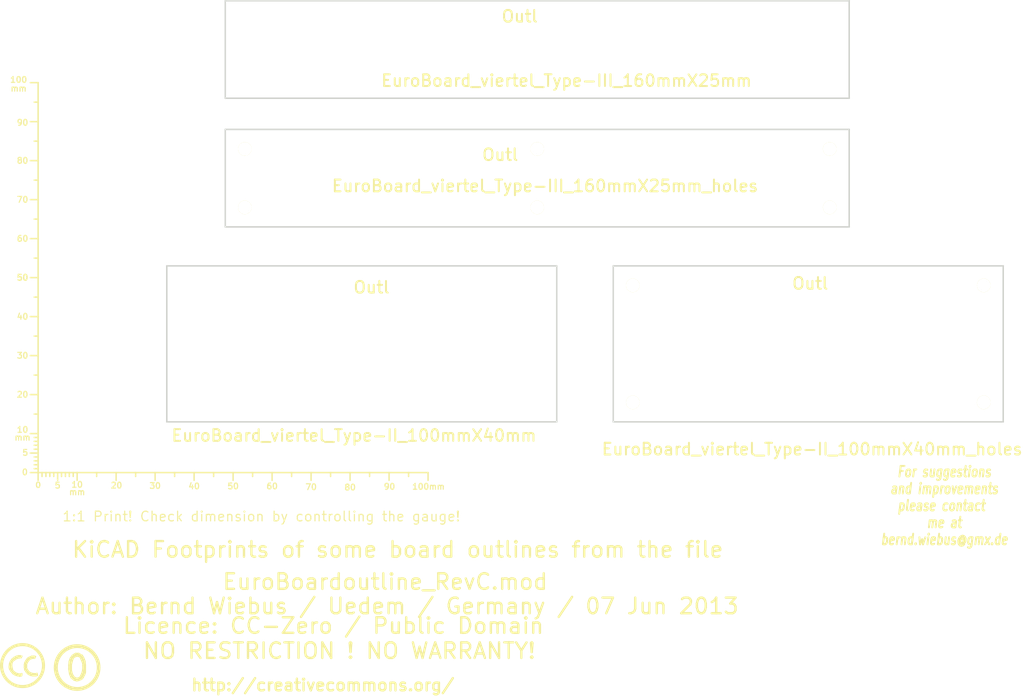
<source format=kicad_pcb>
(kicad_pcb (version 3) (host pcbnew "(2013-03-30 BZR 4007)-stable")

  (general
    (links 0)
    (no_connects 0)
    (area -16.90696 16.554279 301.05739 197.1694)
    (thickness 1.6002)
    (drawings 7)
    (tracks 0)
    (zones 0)
    (modules 7)
    (nets 1)
  )

  (page A4)
  (layers
    (15 Vorderseite signal)
    (0 Rückseite signal)
    (16 B.Adhes user)
    (17 F.Adhes user)
    (18 B.Paste user)
    (19 F.Paste user)
    (20 B.SilkS user)
    (21 F.SilkS user)
    (22 B.Mask user)
    (23 F.Mask user)
    (24 Dwgs.User user)
    (25 Cmts.User user)
    (26 Eco1.User user)
    (27 Eco2.User user)
    (28 Edge.Cuts user)
  )

  (setup
    (last_trace_width 0.2032)
    (trace_clearance 0.254)
    (zone_clearance 0.508)
    (zone_45_only no)
    (trace_min 0.2032)
    (segment_width 0.381)
    (edge_width 0.381)
    (via_size 0.889)
    (via_drill 0.635)
    (via_min_size 0.889)
    (via_min_drill 0.508)
    (uvia_size 0.508)
    (uvia_drill 0.127)
    (uvias_allowed no)
    (uvia_min_size 0.508)
    (uvia_min_drill 0.127)
    (pcb_text_width 0.3048)
    (pcb_text_size 1.524 2.032)
    (mod_edge_width 0.381)
    (mod_text_size 1.524 1.524)
    (mod_text_width 0.3048)
    (pad_size 1.524 1.524)
    (pad_drill 0.8128)
    (pad_to_mask_clearance 0.254)
    (aux_axis_origin 0 0)
    (visible_elements 7FFFFFFF)
    (pcbplotparams
      (layerselection 3178497)
      (usegerberextensions true)
      (excludeedgelayer true)
      (linewidth 60)
      (plotframeref false)
      (viasonmask false)
      (mode 1)
      (useauxorigin false)
      (hpglpennumber 1)
      (hpglpenspeed 20)
      (hpglpendiameter 15)
      (hpglpenoverlay 0)
      (psnegative false)
      (psa4output false)
      (plotreference true)
      (plotvalue true)
      (plotothertext true)
      (plotinvisibletext false)
      (padsonsilk false)
      (subtractmaskfromsilk false)
      (outputformat 1)
      (mirror false)
      (drillshape 1)
      (scaleselection 1)
      (outputdirectory ""))
  )

  (net 0 "")

  (net_class Default "Dies ist die voreingestellte Netzklasse."
    (clearance 0.254)
    (trace_width 0.2032)
    (via_dia 0.889)
    (via_drill 0.635)
    (uvia_dia 0.508)
    (uvia_drill 0.127)
    (add_net "")
  )

  (module Gauge_100mm_Type2_SilkScreenTop_RevA_Date22Jun2010 (layer Vorderseite) (tedit 4D963937) (tstamp 4D88F07A)
    (at 25 138)
    (descr "Gauge, Massstab, 100mm, SilkScreenTop, Type 2,")
    (tags "Gauge, Massstab, 100mm, SilkScreenTop, Type 2,")
    (path Gauge_100mm_Type2_SilkScreenTop_RevA_Date22Jun2010)
    (fp_text reference MSC (at 4.0005 8.99922) (layer F.SilkS) hide
      (effects (font (size 1.524 1.524) (thickness 0.3048)))
    )
    (fp_text value Gauge_100mm_Type2_SilkScreenTop_RevA_Date22Jun2010 (at 45.9994 8.99922) (layer F.SilkS) hide
      (effects (font (size 1.524 1.524) (thickness 0.3048)))
    )
    (fp_text user mm (at 9.99998 5.00126) (layer F.SilkS)
      (effects (font (size 1.524 1.524) (thickness 0.3048)))
    )
    (fp_text user mm (at -4.0005 -8.99922) (layer F.SilkS)
      (effects (font (size 1.524 1.524) (thickness 0.3048)))
    )
    (fp_text user mm (at -5.00126 -98.5012) (layer F.SilkS)
      (effects (font (size 1.524 1.524) (thickness 0.3048)))
    )
    (fp_text user 10 (at 10.00506 3.0988) (layer F.SilkS)
      (effects (font (size 1.50114 1.50114) (thickness 0.29972)))
    )
    (fp_text user 0 (at 0.00508 3.19786) (layer F.SilkS)
      (effects (font (size 1.39954 1.50114) (thickness 0.29972)))
    )
    (fp_text user 5 (at 5.0038 3.29946) (layer F.SilkS)
      (effects (font (size 1.50114 1.50114) (thickness 0.29972)))
    )
    (fp_text user 20 (at 20.1041 3.29946) (layer F.SilkS)
      (effects (font (size 1.50114 1.50114) (thickness 0.29972)))
    )
    (fp_text user 30 (at 30.00502 3.39852) (layer F.SilkS)
      (effects (font (size 1.50114 1.50114) (thickness 0.29972)))
    )
    (fp_text user 40 (at 40.005 3.50012) (layer F.SilkS)
      (effects (font (size 1.50114 1.50114) (thickness 0.29972)))
    )
    (fp_text user 50 (at 50.00498 3.50012) (layer F.SilkS)
      (effects (font (size 1.50114 1.50114) (thickness 0.29972)))
    )
    (fp_text user 60 (at 60.00496 3.50012) (layer F.SilkS)
      (effects (font (size 1.50114 1.50114) (thickness 0.29972)))
    )
    (fp_text user 70 (at 70.00494 3.70078) (layer F.SilkS)
      (effects (font (size 1.50114 1.50114) (thickness 0.29972)))
    )
    (fp_text user 80 (at 80.00492 3.79984) (layer F.SilkS)
      (effects (font (size 1.50114 1.50114) (thickness 0.29972)))
    )
    (fp_text user 90 (at 90.1065 3.60172) (layer F.SilkS)
      (effects (font (size 1.50114 1.50114) (thickness 0.29972)))
    )
    (fp_text user 100mm (at 100.10648 3.60172) (layer F.SilkS)
      (effects (font (size 1.50114 1.50114) (thickness 0.29972)))
    )
    (fp_line (start 0 -8.99922) (end -1.00076 -8.99922) (layer F.SilkS) (width 0.381))
    (fp_line (start 0 -8.001) (end -1.00076 -8.001) (layer F.SilkS) (width 0.381))
    (fp_line (start 0 -7.00024) (end -1.00076 -7.00024) (layer F.SilkS) (width 0.381))
    (fp_line (start 0 -5.99948) (end -1.00076 -5.99948) (layer F.SilkS) (width 0.381))
    (fp_line (start 0 -4.0005) (end -1.00076 -4.0005) (layer F.SilkS) (width 0.381))
    (fp_line (start 0 -2.99974) (end -1.00076 -2.99974) (layer F.SilkS) (width 0.381))
    (fp_line (start 0 -1.99898) (end -1.00076 -1.99898) (layer F.SilkS) (width 0.381))
    (fp_line (start 0 -1.00076) (end -1.00076 -1.00076) (layer F.SilkS) (width 0.381))
    (fp_line (start 0 0) (end -1.99898 0) (layer F.SilkS) (width 0.381))
    (fp_line (start 0 -5.00126) (end -1.99898 -5.00126) (layer F.SilkS) (width 0.381))
    (fp_line (start 0 -9.99998) (end -1.99898 -9.99998) (layer F.SilkS) (width 0.381))
    (fp_line (start 0 -15.00124) (end -1.00076 -15.00124) (layer F.SilkS) (width 0.381))
    (fp_line (start 0 -19.99996) (end -1.99898 -19.99996) (layer F.SilkS) (width 0.381))
    (fp_line (start 0 -25.00122) (end -1.00076 -25.00122) (layer F.SilkS) (width 0.381))
    (fp_line (start 0 -29.99994) (end -1.99898 -29.99994) (layer F.SilkS) (width 0.381))
    (fp_line (start 0 -35.0012) (end -1.00076 -35.0012) (layer F.SilkS) (width 0.381))
    (fp_line (start 0 -39.99992) (end -1.99898 -39.99992) (layer F.SilkS) (width 0.381))
    (fp_line (start 0 -45.00118) (end -1.00076 -45.00118) (layer F.SilkS) (width 0.381))
    (fp_line (start 0 -49.9999) (end -1.99898 -49.9999) (layer F.SilkS) (width 0.381))
    (fp_line (start 0 -55.00116) (end -1.00076 -55.00116) (layer F.SilkS) (width 0.381))
    (fp_line (start 0 -59.99988) (end -1.99898 -59.99988) (layer F.SilkS) (width 0.381))
    (fp_line (start 0 -65.00114) (end -1.00076 -65.00114) (layer F.SilkS) (width 0.381))
    (fp_line (start 0 -69.99986) (end -1.99898 -69.99986) (layer F.SilkS) (width 0.381))
    (fp_line (start 0 -75.00112) (end -1.00076 -75.00112) (layer F.SilkS) (width 0.381))
    (fp_line (start 0 -79.99984) (end -1.99898 -79.99984) (layer F.SilkS) (width 0.381))
    (fp_line (start 0 -85.0011) (end -1.00076 -85.0011) (layer F.SilkS) (width 0.381))
    (fp_line (start 0 -89.99982) (end -1.99898 -89.99982) (layer F.SilkS) (width 0.381))
    (fp_line (start 0 -95.00108) (end -1.00076 -95.00108) (layer F.SilkS) (width 0.381))
    (fp_line (start 0 0) (end 0 -99.9998) (layer F.SilkS) (width 0.381))
    (fp_line (start 0 -99.9998) (end -1.99898 -99.9998) (layer F.SilkS) (width 0.381))
    (fp_text user 100 (at -4.99872 -100.7491) (layer F.SilkS)
      (effects (font (size 1.50114 1.50114) (thickness 0.29972)))
    )
    (fp_text user 90 (at -4.0005 -89.7509) (layer F.SilkS)
      (effects (font (size 1.50114 1.50114) (thickness 0.29972)))
    )
    (fp_text user 80 (at -4.0005 -79.99984) (layer F.SilkS)
      (effects (font (size 1.50114 1.50114) (thickness 0.29972)))
    )
    (fp_text user 70 (at -4.0005 -69.99986) (layer F.SilkS)
      (effects (font (size 1.50114 1.50114) (thickness 0.29972)))
    )
    (fp_text user 60 (at -4.0005 -59.99988) (layer F.SilkS)
      (effects (font (size 1.50114 1.50114) (thickness 0.29972)))
    )
    (fp_text user 50 (at -4.0005 -49.9999) (layer F.SilkS)
      (effects (font (size 1.50114 1.50114) (thickness 0.34036)))
    )
    (fp_text user 40 (at -4.0005 -39.99992) (layer F.SilkS)
      (effects (font (size 1.50114 1.50114) (thickness 0.29972)))
    )
    (fp_text user 30 (at -4.0005 -29.99994) (layer F.SilkS)
      (effects (font (size 1.50114 1.50114) (thickness 0.29972)))
    )
    (fp_text user 20 (at -4.0005 -19.99996) (layer F.SilkS)
      (effects (font (size 1.50114 1.50114) (thickness 0.29972)))
    )
    (fp_line (start 95.00108 0) (end 95.00108 1.00076) (layer F.SilkS) (width 0.381))
    (fp_line (start 89.99982 0) (end 89.99982 1.99898) (layer F.SilkS) (width 0.381))
    (fp_line (start 85.0011 0) (end 85.0011 1.00076) (layer F.SilkS) (width 0.381))
    (fp_line (start 79.99984 0) (end 79.99984 1.99898) (layer F.SilkS) (width 0.381))
    (fp_line (start 75.00112 0) (end 75.00112 1.00076) (layer F.SilkS) (width 0.381))
    (fp_line (start 69.99986 0) (end 69.99986 1.99898) (layer F.SilkS) (width 0.381))
    (fp_line (start 65.00114 0) (end 65.00114 1.00076) (layer F.SilkS) (width 0.381))
    (fp_line (start 59.99988 0) (end 59.99988 1.99898) (layer F.SilkS) (width 0.381))
    (fp_line (start 55.00116 0) (end 55.00116 1.00076) (layer F.SilkS) (width 0.381))
    (fp_line (start 49.9999 0) (end 49.9999 1.99898) (layer F.SilkS) (width 0.381))
    (fp_line (start 45.00118 0) (end 45.00118 1.00076) (layer F.SilkS) (width 0.381))
    (fp_line (start 39.99992 0) (end 39.99992 1.99898) (layer F.SilkS) (width 0.381))
    (fp_line (start 35.0012 0) (end 35.0012 1.00076) (layer F.SilkS) (width 0.381))
    (fp_line (start 29.99994 0) (end 29.99994 1.99898) (layer F.SilkS) (width 0.381))
    (fp_line (start 25.00122 0) (end 25.00122 1.00076) (layer F.SilkS) (width 0.381))
    (fp_line (start 19.99996 0) (end 19.99996 1.99898) (layer F.SilkS) (width 0.381))
    (fp_line (start 15.00124 0) (end 15.00124 1.00076) (layer F.SilkS) (width 0.381))
    (fp_line (start 9.99998 0) (end 99.9998 0) (layer F.SilkS) (width 0.381))
    (fp_line (start 99.9998 0) (end 99.9998 1.99898) (layer F.SilkS) (width 0.381))
    (fp_text user 5 (at -3.302 -5.10286) (layer F.SilkS)
      (effects (font (size 1.50114 1.50114) (thickness 0.29972)))
    )
    (fp_text user 0 (at -3.4036 -0.10414) (layer F.SilkS)
      (effects (font (size 1.50114 1.50114) (thickness 0.29972)))
    )
    (fp_text user 10 (at -4.0005 -11.00074) (layer F.SilkS)
      (effects (font (size 1.50114 1.50114) (thickness 0.29972)))
    )
    (fp_line (start 8.99922 0) (end 8.99922 1.00076) (layer F.SilkS) (width 0.381))
    (fp_line (start 8.001 0) (end 8.001 1.00076) (layer F.SilkS) (width 0.381))
    (fp_line (start 7.00024 0) (end 7.00024 1.00076) (layer F.SilkS) (width 0.381))
    (fp_line (start 5.99948 0) (end 5.99948 1.00076) (layer F.SilkS) (width 0.381))
    (fp_line (start 4.0005 0) (end 4.0005 1.00076) (layer F.SilkS) (width 0.381))
    (fp_line (start 2.99974 0) (end 2.99974 1.00076) (layer F.SilkS) (width 0.381))
    (fp_line (start 1.99898 0) (end 1.99898 1.00076) (layer F.SilkS) (width 0.381))
    (fp_line (start 1.00076 0) (end 1.00076 1.00076) (layer F.SilkS) (width 0.381))
    (fp_line (start 5.00126 0) (end 5.00126 1.99898) (layer F.SilkS) (width 0.381))
    (fp_line (start 0 0) (end 0 1.99898) (layer F.SilkS) (width 0.381))
    (fp_line (start 0 0) (end 9.99998 0) (layer F.SilkS) (width 0.381))
    (fp_line (start 9.99998 0) (end 9.99998 1.99898) (layer F.SilkS) (width 0.381))
  )

  (module Symbol_CC-PublicDomain_SilkScreenTop_Big (layer Vorderseite) (tedit 515D641F) (tstamp 515F0B64)
    (at 35 188)
    (descr "Symbol, CC-PublicDomain, SilkScreen Top, Big,")
    (tags "Symbol, CC-PublicDomain, SilkScreen Top, Big,")
    (path Symbol_CC-Noncommercial_CopperTop_Big)
    (fp_text reference Sym (at 0.59944 -7.29996) (layer F.SilkS) hide
      (effects (font (size 1.524 1.524) (thickness 0.3048)))
    )
    (fp_text value Symbol_CC-PublicDomain_SilkScreenTop_Big (at 0.59944 8.001) (layer F.SilkS) hide
      (effects (font (size 1.524 1.524) (thickness 0.3048)))
    )
    (fp_circle (center 0 0) (end 5.8 -0.05) (layer F.SilkS) (width 0.381))
    (fp_circle (center 0 0) (end 5.5 0) (layer F.SilkS) (width 0.381))
    (fp_circle (center 0.05 0) (end 5.25 0) (layer F.SilkS) (width 0.381))
    (fp_line (start 1.1 -2.5) (end 1.4 -1.9) (layer F.SilkS) (width 0.381))
    (fp_line (start -1.8 1.2) (end -1.6 1.9) (layer F.SilkS) (width 0.381))
    (fp_line (start -1.6 1.9) (end -1.2 2.5) (layer F.SilkS) (width 0.381))
    (fp_line (start 0 -3) (end 0.75 -2.75) (layer F.SilkS) (width 0.381))
    (fp_line (start 0.75 -2.75) (end 1 -2.25) (layer F.SilkS) (width 0.381))
    (fp_line (start 1 -2.25) (end 1.5 -1) (layer F.SilkS) (width 0.381))
    (fp_line (start 1.5 -1) (end 1.5 -0.5) (layer F.SilkS) (width 0.381))
    (fp_line (start 1.5 -0.5) (end 1.5 0.5) (layer F.SilkS) (width 0.381))
    (fp_line (start 1.5 0.5) (end 1.25 1.5) (layer F.SilkS) (width 0.381))
    (fp_line (start 1.25 1.5) (end 0.75 2.5) (layer F.SilkS) (width 0.381))
    (fp_line (start 0.75 2.5) (end 0.25 2.75) (layer F.SilkS) (width 0.381))
    (fp_line (start 0.25 2.75) (end -0.25 2.75) (layer F.SilkS) (width 0.381))
    (fp_line (start -0.25 2.75) (end -0.75 2.5) (layer F.SilkS) (width 0.381))
    (fp_line (start -0.75 2.5) (end -1.25 1.75) (layer F.SilkS) (width 0.381))
    (fp_line (start -1.25 1.75) (end -1.5 0.75) (layer F.SilkS) (width 0.381))
    (fp_line (start -1.5 0.75) (end -1.5 -0.75) (layer F.SilkS) (width 0.381))
    (fp_line (start -1.5 -0.75) (end -1.25 -1.75) (layer F.SilkS) (width 0.381))
    (fp_line (start -1.25 -1.75) (end -1 -2.5) (layer F.SilkS) (width 0.381))
    (fp_line (start -1 -2.5) (end -0.3 -2.9) (layer F.SilkS) (width 0.381))
    (fp_line (start -0.3 -2.9) (end 0.2 -3) (layer F.SilkS) (width 0.381))
    (fp_line (start 0.2 -3) (end 0.8 -3) (layer F.SilkS) (width 0.381))
    (fp_line (start 0.8 -3) (end 1.4 -2.3) (layer F.SilkS) (width 0.381))
    (fp_line (start 1.4 -2.3) (end 1.6 -1.4) (layer F.SilkS) (width 0.381))
    (fp_line (start 1.6 -1.4) (end 1.7 -0.3) (layer F.SilkS) (width 0.381))
    (fp_line (start 1.7 -0.3) (end 1.7 0.9) (layer F.SilkS) (width 0.381))
    (fp_line (start 1.7 0.9) (end 1.4 1.8) (layer F.SilkS) (width 0.381))
    (fp_line (start 1.4 1.8) (end 1 2.7) (layer F.SilkS) (width 0.381))
    (fp_line (start 1 2.7) (end 0.5 3) (layer F.SilkS) (width 0.381))
    (fp_line (start 0.5 3) (end -0.4 3) (layer F.SilkS) (width 0.381))
    (fp_line (start -0.4 3) (end -1.3 2.3) (layer F.SilkS) (width 0.381))
    (fp_line (start -1.3 2.3) (end -1.7 1) (layer F.SilkS) (width 0.381))
    (fp_line (start -1.7 1) (end -1.8 -0.7) (layer F.SilkS) (width 0.381))
    (fp_line (start -1.8 -0.7) (end -1.4 -2.2) (layer F.SilkS) (width 0.381))
    (fp_line (start -1.4 -2.2) (end -1 -2.9) (layer F.SilkS) (width 0.381))
    (fp_line (start -1 -2.9) (end -0.2 -3.3) (layer F.SilkS) (width 0.381))
    (fp_line (start -0.2 -3.3) (end 0.7 -3.2) (layer F.SilkS) (width 0.381))
    (fp_line (start 0.7 -3.2) (end 1.3 -3.1) (layer F.SilkS) (width 0.381))
    (fp_line (start 1.3 -3.1) (end 1.7 -2.4) (layer F.SilkS) (width 0.381))
    (fp_line (start 1.7 -2.4) (end 2 -1.6) (layer F.SilkS) (width 0.381))
    (fp_line (start 2 -1.6) (end 2.1 -0.6) (layer F.SilkS) (width 0.381))
    (fp_line (start 2.1 -0.6) (end 2.1 0.3) (layer F.SilkS) (width 0.381))
    (fp_line (start 2.1 0.3) (end 2.1 1.3) (layer F.SilkS) (width 0.381))
    (fp_line (start 2.1 1.3) (end 1.9 1.8) (layer F.SilkS) (width 0.381))
    (fp_line (start 1.9 1.8) (end 1.5 2.6) (layer F.SilkS) (width 0.381))
    (fp_line (start 1.5 2.6) (end 1.1 3) (layer F.SilkS) (width 0.381))
    (fp_line (start 1.1 3) (end 0.4 3.3) (layer F.SilkS) (width 0.381))
    (fp_line (start 0.4 3.3) (end -0.1 3.4) (layer F.SilkS) (width 0.381))
    (fp_line (start -0.1 3.4) (end -0.8 3.2) (layer F.SilkS) (width 0.381))
    (fp_line (start -0.8 3.2) (end -1.5 2.6) (layer F.SilkS) (width 0.381))
    (fp_line (start -1.5 2.6) (end -1.9 1.7) (layer F.SilkS) (width 0.381))
    (fp_line (start -1.9 1.7) (end -2.1 0.4) (layer F.SilkS) (width 0.381))
    (fp_line (start -2.1 0.4) (end -2.1 -0.6) (layer F.SilkS) (width 0.381))
    (fp_line (start -2.1 -0.6) (end -2 -1.6) (layer F.SilkS) (width 0.381))
    (fp_line (start -2 -1.6) (end -1.7 -2.4) (layer F.SilkS) (width 0.381))
    (fp_line (start -1.7 -2.4) (end -1.2 -3.1) (layer F.SilkS) (width 0.381))
    (fp_line (start -1.2 -3.1) (end -0.4 -3.6) (layer F.SilkS) (width 0.381))
    (fp_line (start -0.4 -3.6) (end 0.4 -3.6) (layer F.SilkS) (width 0.381))
    (fp_line (start 0.4 -3.6) (end 1.1 -3.2) (layer F.SilkS) (width 0.381))
    (fp_line (start 1.1 -3.2) (end 1.1 -2.9) (layer F.SilkS) (width 0.381))
    (fp_line (start 1.1 -2.9) (end 1.8 -1.5) (layer F.SilkS) (width 0.381))
    (fp_line (start 1.8 -1.5) (end 1.8 -0.4) (layer F.SilkS) (width 0.381))
    (fp_line (start 1.8 -0.4) (end 1.8 1.1) (layer F.SilkS) (width 0.381))
    (fp_line (start 1.8 1.1) (end 1.2 2.6) (layer F.SilkS) (width 0.381))
    (fp_line (start 1.2 2.6) (end 0.2 3.2) (layer F.SilkS) (width 0.381))
    (fp_line (start 0.2 3.2) (end -0.5 3.2) (layer F.SilkS) (width 0.381))
    (fp_line (start -0.5 3.2) (end -1.1 2.7) (layer F.SilkS) (width 0.381))
    (fp_line (start -1.1 2.7) (end -1.9 0.6) (layer F.SilkS) (width 0.381))
    (fp_line (start -1.9 0.6) (end -1.7 -1.9) (layer F.SilkS) (width 0.381))
  )

  (module Symbol_CreativeCommons_SilkScreenTop_Type2_Big (layer Vorderseite) (tedit 515D640C) (tstamp 515F46B2)
    (at 21 187.5)
    (descr "Symbol, Creative Commons, SilkScreen Top, Type 2, Big,")
    (tags "Symbol, Creative Commons, SilkScreen Top, Type 2, Big,")
    (path Symbol_CreativeCommons_CopperTop_Type2_Big)
    (fp_text reference Sym (at 0.59944 -7.29996) (layer F.SilkS) hide
      (effects (font (size 1.524 1.524) (thickness 0.3048)))
    )
    (fp_text value Symbol_CreativeCommons_Typ2_SilkScreenTop_Big (at 0.59944 8.001) (layer F.SilkS) hide
      (effects (font (size 1.524 1.524) (thickness 0.3048)))
    )
    (fp_line (start -0.70104 2.70002) (end -0.29972 2.60096) (layer F.SilkS) (width 0.381))
    (fp_line (start -0.29972 2.60096) (end -0.20066 2.10058) (layer F.SilkS) (width 0.381))
    (fp_line (start -2.49936 -1.69926) (end -2.70002 -1.6002) (layer F.SilkS) (width 0.381))
    (fp_line (start -2.70002 -1.6002) (end -3.0988 -1.00076) (layer F.SilkS) (width 0.381))
    (fp_line (start -3.0988 -1.00076) (end -3.29946 -0.50038) (layer F.SilkS) (width 0.381))
    (fp_line (start -3.29946 -0.50038) (end -3.40106 0.39878) (layer F.SilkS) (width 0.381))
    (fp_line (start -3.40106 0.39878) (end -3.29946 0.89916) (layer F.SilkS) (width 0.381))
    (fp_line (start -0.19812 2.4003) (end -0.29718 2.59842) (layer F.SilkS) (width 0.381))
    (fp_line (start 3.70078 2.10058) (end 3.79984 2.4003) (layer F.SilkS) (width 0.381))
    (fp_line (start 2.99974 -2.4003) (end 3.29946 -2.30124) (layer F.SilkS) (width 0.381))
    (fp_line (start 3.29946 -2.30124) (end 3.0988 -1.99898) (layer F.SilkS) (width 0.381))
    (fp_line (start 0 -5.40004) (end -0.50038 -5.40004) (layer F.SilkS) (width 0.381))
    (fp_line (start -0.50038 -5.40004) (end -1.30048 -5.10032) (layer F.SilkS) (width 0.381))
    (fp_line (start -1.30048 -5.10032) (end -1.99898 -4.89966) (layer F.SilkS) (width 0.381))
    (fp_line (start -1.99898 -4.89966) (end -2.70002 -4.699) (layer F.SilkS) (width 0.381))
    (fp_line (start -2.70002 -4.699) (end -3.29946 -4.20116) (layer F.SilkS) (width 0.381))
    (fp_line (start -3.29946 -4.20116) (end -4.0005 -3.59918) (layer F.SilkS) (width 0.381))
    (fp_line (start -4.0005 -3.59918) (end -4.50088 -2.99974) (layer F.SilkS) (width 0.381))
    (fp_line (start -4.50088 -2.99974) (end -5.00126 -2.10058) (layer F.SilkS) (width 0.381))
    (fp_line (start -5.00126 -2.10058) (end -5.30098 -1.09982) (layer F.SilkS) (width 0.381))
    (fp_line (start -5.30098 -1.09982) (end -5.40004 0.09906) (layer F.SilkS) (width 0.381))
    (fp_line (start -5.40004 0.09906) (end -5.19938 1.30048) (layer F.SilkS) (width 0.381))
    (fp_line (start -5.19938 1.30048) (end -4.8006 2.4003) (layer F.SilkS) (width 0.381))
    (fp_line (start -4.8006 2.4003) (end -3.79984 3.8989) (layer F.SilkS) (width 0.381))
    (fp_line (start -3.79984 3.8989) (end -2.60096 4.8006) (layer F.SilkS) (width 0.381))
    (fp_line (start -2.60096 4.8006) (end -1.30048 5.30098) (layer F.SilkS) (width 0.381))
    (fp_line (start -1.30048 5.30098) (end 0.09906 5.30098) (layer F.SilkS) (width 0.381))
    (fp_line (start 0.09906 5.30098) (end 1.6002 5.19938) (layer F.SilkS) (width 0.381))
    (fp_line (start 1.6002 5.19938) (end 2.60096 4.699) (layer F.SilkS) (width 0.381))
    (fp_line (start 2.60096 4.699) (end 4.20116 3.40106) (layer F.SilkS) (width 0.381))
    (fp_line (start 4.20116 3.40106) (end 5.00126 1.80086) (layer F.SilkS) (width 0.381))
    (fp_line (start 5.00126 1.80086) (end 5.40004 0.29972) (layer F.SilkS) (width 0.381))
    (fp_line (start 5.40004 0.29972) (end 5.19938 -1.39954) (layer F.SilkS) (width 0.381))
    (fp_line (start 5.19938 -1.39954) (end 4.699 -2.49936) (layer F.SilkS) (width 0.381))
    (fp_line (start 4.699 -2.49936) (end 3.40106 -4.09956) (layer F.SilkS) (width 0.381))
    (fp_line (start 3.40106 -4.09956) (end 2.4003 -4.8006) (layer F.SilkS) (width 0.381))
    (fp_line (start 2.4003 -4.8006) (end 1.39954 -5.19938) (layer F.SilkS) (width 0.381))
    (fp_line (start 1.39954 -5.19938) (end 0 -5.30098) (layer F.SilkS) (width 0.381))
    (fp_line (start 0.60198 -0.70104) (end 0.50292 -0.20066) (layer F.SilkS) (width 0.381))
    (fp_line (start 0.50292 -0.20066) (end 0.50292 0.49784) (layer F.SilkS) (width 0.381))
    (fp_line (start 0.50292 0.49784) (end 0.60198 1.09982) (layer F.SilkS) (width 0.381))
    (fp_line (start 0.60198 1.09982) (end 1.00076 1.69926) (layer F.SilkS) (width 0.381))
    (fp_line (start 1.00076 1.69926) (end 1.50114 2.19964) (layer F.SilkS) (width 0.381))
    (fp_line (start 1.50114 2.19964) (end 2.10058 2.49936) (layer F.SilkS) (width 0.381))
    (fp_line (start 2.10058 2.49936) (end 2.60096 2.59842) (layer F.SilkS) (width 0.381))
    (fp_line (start 2.60096 2.59842) (end 3.00228 2.59842) (layer F.SilkS) (width 0.381))
    (fp_line (start 3.00228 2.59842) (end 3.40106 2.59842) (layer F.SilkS) (width 0.381))
    (fp_line (start 3.40106 2.59842) (end 3.80238 2.49936) (layer F.SilkS) (width 0.381))
    (fp_line (start 3.80238 2.49936) (end 3.70078 2.2987) (layer F.SilkS) (width 0.381))
    (fp_line (start 3.70078 2.2987) (end 2.80162 2.4003) (layer F.SilkS) (width 0.381))
    (fp_line (start 2.80162 2.4003) (end 1.80086 2.09804) (layer F.SilkS) (width 0.381))
    (fp_line (start 1.80086 2.09804) (end 1.20142 1.6002) (layer F.SilkS) (width 0.381))
    (fp_line (start 1.20142 1.6002) (end 0.80264 0.6985) (layer F.SilkS) (width 0.381))
    (fp_line (start 0.80264 0.6985) (end 0.70104 -0.29972) (layer F.SilkS) (width 0.381))
    (fp_line (start 0.70104 -0.29972) (end 1.00076 -1.00076) (layer F.SilkS) (width 0.381))
    (fp_line (start 1.00076 -1.00076) (end 1.60274 -1.7018) (layer F.SilkS) (width 0.381))
    (fp_line (start 1.60274 -1.7018) (end 2.30124 -2.10058) (layer F.SilkS) (width 0.381))
    (fp_line (start 2.30124 -2.10058) (end 3.00228 -2.10058) (layer F.SilkS) (width 0.381))
    (fp_line (start 3.00228 -2.10058) (end 3.10134 -1.89992) (layer F.SilkS) (width 0.381))
    (fp_line (start 3.10134 -1.89992) (end 2.5019 -1.89992) (layer F.SilkS) (width 0.381))
    (fp_line (start 2.5019 -1.89992) (end 1.80086 -1.6002) (layer F.SilkS) (width 0.381))
    (fp_line (start 1.80086 -1.6002) (end 1.30048 -1.00076) (layer F.SilkS) (width 0.381))
    (fp_line (start 1.30048 -1.00076) (end 1.00076 -0.40132) (layer F.SilkS) (width 0.381))
    (fp_line (start 1.00076 -0.40132) (end 1.00076 0.09906) (layer F.SilkS) (width 0.381))
    (fp_line (start 1.00076 0.09906) (end 1.00076 0.6985) (layer F.SilkS) (width 0.381))
    (fp_line (start 1.00076 0.6985) (end 1.30048 1.19888) (layer F.SilkS) (width 0.381))
    (fp_line (start 1.30048 1.19888) (end 1.7018 1.69926) (layer F.SilkS) (width 0.381))
    (fp_line (start 1.7018 1.69926) (end 2.30124 1.99898) (layer F.SilkS) (width 0.381))
    (fp_line (start 2.30124 1.99898) (end 2.90068 2.09804) (layer F.SilkS) (width 0.381))
    (fp_line (start 2.90068 2.09804) (end 3.40106 2.09804) (layer F.SilkS) (width 0.381))
    (fp_line (start 3.40106 2.09804) (end 3.70078 1.99898) (layer F.SilkS) (width 0.381))
    (fp_line (start 3.00228 -2.4003) (end 2.40284 -2.4003) (layer F.SilkS) (width 0.381))
    (fp_line (start 2.40284 -2.4003) (end 2.00152 -2.20218) (layer F.SilkS) (width 0.381))
    (fp_line (start 2.00152 -2.20218) (end 1.50114 -2.00152) (layer F.SilkS) (width 0.381))
    (fp_line (start 1.50114 -2.00152) (end 1.10236 -1.6002) (layer F.SilkS) (width 0.381))
    (fp_line (start 1.10236 -1.6002) (end 0.80264 -1.09982) (layer F.SilkS) (width 0.381))
    (fp_line (start 0.80264 -1.09982) (end 0.60198 -0.70104) (layer F.SilkS) (width 0.381))
    (fp_line (start -0.39878 -1.99898) (end -0.89916 -1.99898) (layer F.SilkS) (width 0.381))
    (fp_line (start -0.89916 -1.99898) (end -1.39954 -1.89738) (layer F.SilkS) (width 0.381))
    (fp_line (start -1.39954 -1.89738) (end -1.89992 -1.59766) (layer F.SilkS) (width 0.381))
    (fp_line (start -1.89992 -1.59766) (end -2.4003 -1.19888) (layer F.SilkS) (width 0.381))
    (fp_line (start -2.4003 -1.30048) (end -2.70002 -0.8001) (layer F.SilkS) (width 0.381))
    (fp_line (start -2.70002 -0.8001) (end -2.79908 -0.29972) (layer F.SilkS) (width 0.381))
    (fp_line (start -2.79908 -0.29972) (end -2.79908 0.20066) (layer F.SilkS) (width 0.381))
    (fp_line (start -2.79908 0.20066) (end -2.59842 1.00076) (layer F.SilkS) (width 0.381))
    (fp_line (start -2.69748 1.00076) (end -2.39776 1.39954) (layer F.SilkS) (width 0.381))
    (fp_line (start -2.29616 1.4986) (end -1.79578 1.89992) (layer F.SilkS) (width 0.381))
    (fp_line (start -1.79578 1.89992) (end -1.29794 2.09804) (layer F.SilkS) (width 0.381))
    (fp_line (start -1.29794 2.09804) (end -0.89662 2.19964) (layer F.SilkS) (width 0.381))
    (fp_line (start -0.89662 2.19964) (end -0.49784 2.19964) (layer F.SilkS) (width 0.381))
    (fp_line (start -0.49784 2.19964) (end -0.19812 2.09804) (layer F.SilkS) (width 0.381))
    (fp_line (start -0.19812 2.09804) (end -0.29718 2.4003) (layer F.SilkS) (width 0.381))
    (fp_line (start -0.29718 2.4003) (end -0.89662 2.49936) (layer F.SilkS) (width 0.381))
    (fp_line (start -0.89662 2.49936) (end -1.59766 2.2987) (layer F.SilkS) (width 0.381))
    (fp_line (start -1.59766 2.2987) (end -2.29616 1.79832) (layer F.SilkS) (width 0.381))
    (fp_line (start -2.29616 1.79832) (end -2.79654 1.29794) (layer F.SilkS) (width 0.381))
    (fp_line (start -2.79908 1.39954) (end -2.99974 0.70104) (layer F.SilkS) (width 0.381))
    (fp_line (start -2.99974 0.70104) (end -3.0988 0) (layer F.SilkS) (width 0.381))
    (fp_line (start -3.0988 0) (end -2.99974 -0.59944) (layer F.SilkS) (width 0.381))
    (fp_line (start -2.99974 -0.8001) (end -2.70002 -1.30048) (layer F.SilkS) (width 0.381))
    (fp_line (start -2.70002 -1.09982) (end -2.19964 -1.6002) (layer F.SilkS) (width 0.381))
    (fp_line (start -2.19964 -1.69926) (end -1.69926 -1.99898) (layer F.SilkS) (width 0.381))
    (fp_line (start -1.69926 -1.99898) (end -1.19888 -2.19964) (layer F.SilkS) (width 0.381))
    (fp_line (start -1.19888 -2.19964) (end -0.6985 -2.19964) (layer F.SilkS) (width 0.381))
    (fp_line (start -0.6985 -2.19964) (end -0.29972 -2.19964) (layer F.SilkS) (width 0.381))
    (fp_line (start -0.29972 -2.19964) (end -0.20066 -2.39776) (layer F.SilkS) (width 0.381))
    (fp_line (start -0.20066 -2.39776) (end -0.59944 -2.49936) (layer F.SilkS) (width 0.381))
    (fp_line (start -0.59944 -2.49936) (end -1.00076 -2.49936) (layer F.SilkS) (width 0.381))
    (fp_line (start -1.00076 -2.49936) (end -1.4986 -2.39776) (layer F.SilkS) (width 0.381))
    (fp_line (start -1.4986 -2.39776) (end -2.10058 -2.09804) (layer F.SilkS) (width 0.381))
    (fp_line (start -2.10058 -2.09804) (end -2.59842 -1.69926) (layer F.SilkS) (width 0.381))
    (fp_line (start -2.59842 -1.6002) (end -3.0988 -0.89916) (layer F.SilkS) (width 0.381))
    (fp_line (start -3.0988 -0.89916) (end -3.29946 -0.29972) (layer F.SilkS) (width 0.381))
    (fp_line (start -3.29946 -0.29972) (end -3.29946 0.40132) (layer F.SilkS) (width 0.381))
    (fp_line (start -3.29946 0.40132) (end -3.2004 1.00076) (layer F.SilkS) (width 0.381))
    (fp_line (start -3.29946 0.8001) (end -2.99974 1.39954) (layer F.SilkS) (width 0.381))
    (fp_line (start -2.89814 1.4986) (end -2.49682 1.99898) (layer F.SilkS) (width 0.381))
    (fp_line (start -2.49682 1.99898) (end -1.89738 2.4003) (layer F.SilkS) (width 0.381))
    (fp_line (start -1.89738 2.4003) (end -1.19634 2.59842) (layer F.SilkS) (width 0.381))
    (fp_line (start -1.19634 2.59842) (end -0.69596 2.70002) (layer F.SilkS) (width 0.381))
    (fp_line (start -2.9972 1.19888) (end -2.59842 1.19888) (layer F.SilkS) (width 0.381))
    (fp_circle (center 0 0) (end 5.08 1.016) (layer F.SilkS) (width 0.381))
    (fp_circle (center 0 0) (end 5.588 0) (layer F.SilkS) (width 0.381))
  )

  (module EuroBoard_viertel_Type-III_160mmX25mm (layer Vorderseite) (tedit 51AE1BED) (tstamp 51AE265C)
    (at 73 42)
    (descr "Outline, Eurocard 1/4, Type III,  160x25mm,")
    (tags "Outline, Eurocard 1/4, Type III, 160x25mm,")
    (fp_text reference Outl (at 75.5 -21) (layer F.SilkS)
      (effects (font (size 2.99974 2.99974) (thickness 0.50038)))
    )
    (fp_text value EuroBoard_viertel_Type-III_160mmX25mm (at 87.5 -4.5) (layer F.SilkS)
      (effects (font (size 3.00228 3.00228) (thickness 0.50038)))
    )
    (fp_line (start 0 0) (end 159.99968 0) (layer Edge.Cuts) (width 0.381))
    (fp_line (start 159.99968 0) (end 159.99968 -25.00122) (layer Edge.Cuts) (width 0.381))
    (fp_line (start 159.99968 -25.00122) (end 0 -25.00122) (layer Edge.Cuts) (width 0.381))
    (fp_line (start 0 -25.00122) (end 0 0) (layer Edge.Cuts) (width 0.381))
  )

  (module EuroBoard_viertel_Type-II_100mmX40mm (layer Vorderseite) (tedit 51B1A163) (tstamp 51AE27F6)
    (at 58 125)
    (descr "Outline, Eurocard 1/4, Type I, 100x40mm,")
    (tags "Outline, Eurocard 1/4, Type II, 100x40mm,")
    (fp_text reference Outl (at 52.5 -34.5) (layer F.SilkS)
      (effects (font (size 2.99974 2.99974) (thickness 0.50038)))
    )
    (fp_text value EuroBoard_viertel_Type-II_100mmX40mm (at 48 3.5) (layer F.SilkS)
      (effects (font (size 3.00228 3.00228) (thickness 0.50038)))
    )
    (fp_line (start 0 0) (end 99.9998 0) (layer Edge.Cuts) (width 0.381))
    (fp_line (start 99.9998 0) (end 99.9998 -39.99992) (layer Edge.Cuts) (width 0.381))
    (fp_line (start 99.9998 -39.99992) (end 0 -39.99992) (layer Edge.Cuts) (width 0.381))
    (fp_line (start 0 -39.99992) (end 0 0) (layer Edge.Cuts) (width 0.381))
  )

  (module EuroBoard_viertel_Type-III_160mmX25mm_holes (layer Vorderseite) (tedit 51B1A157) (tstamp 51B1A2E6)
    (at 73 75)
    (descr "Outline, Eurocard 1/4, Type III,  160x25mm, with holes 3,5mm,")
    (tags "Outline, Eurocard 1/4, Type III, 160x25mm, with holes 3,5mm,")
    (fp_text reference Outl (at 70.5 -18.5) (layer F.SilkS)
      (effects (font (size 2.99974 2.99974) (thickness 0.50038)))
    )
    (fp_text value EuroBoard_viertel_Type-III_160mmX25mm_holes (at 82 -10.5) (layer F.SilkS)
      (effects (font (size 3.00228 3.00228) (thickness 0.50038)))
    )
    (fp_line (start 0 0) (end 159.99968 0) (layer Edge.Cuts) (width 0.381))
    (fp_line (start 159.99968 0) (end 159.99968 -25.00122) (layer Edge.Cuts) (width 0.381))
    (fp_line (start 159.99968 -25.00122) (end 0 -25.00122) (layer Edge.Cuts) (width 0.381))
    (fp_line (start 0 -25.00122) (end 0 0) (layer Edge.Cuts) (width 0.381))
    (pad "" np_thru_hole circle (at 5.00126 -5.00126) (size 3.50012 3.50012) (drill 3.50012)
      (layers *.Cu *.Mask F.SilkS)
    )
    (pad "" np_thru_hole circle (at 5.00126 -19.99996) (size 3.50012 3.50012) (drill 3.50012)
      (layers *.Cu *.Mask F.SilkS)
    )
    (pad "" np_thru_hole circle (at 79.99984 -19.99996) (size 3.50012 3.50012) (drill 3.50012)
      (layers *.Cu *.Mask F.SilkS)
    )
    (pad "" np_thru_hole circle (at 155.00096 -19.99996) (size 3.50012 3.50012) (drill 3.50012)
      (layers *.Cu *.Mask F.SilkS)
    )
    (pad "" np_thru_hole circle (at 155.00096 -5.00126) (size 3.50012 3.50012) (drill 3.50012)
      (layers *.Cu *.Mask F.SilkS)
    )
    (pad "" np_thru_hole circle (at 79.99984 -5.00126) (size 3.50012 3.50012) (drill 3.50012)
      (layers *.Cu *.Mask F.SilkS)
    )
  )

  (module EuroBoard_viertel_Type-II_100mmX40mm_holes (layer Vorderseite) (tedit 51B1A15C) (tstamp 51B1A3D9)
    (at 172.5 125)
    (descr "Outline, Eurocard 1/4, Type I, 100x40mm, with holes 3,5mm,")
    (tags "Outline, Eurocard 1/4, Type II, 100x40mm, with holes 3,5mm,")
    (fp_text reference Outl (at 50.5 -35.5) (layer F.SilkS)
      (effects (font (size 2.99974 2.99974) (thickness 0.50038)))
    )
    (fp_text value EuroBoard_viertel_Type-II_100mmX40mm_holes (at 51.00066 7.00024) (layer F.SilkS)
      (effects (font (size 3.00228 3.00228) (thickness 0.50038)))
    )
    (fp_line (start 0 0) (end 99.9998 0) (layer Edge.Cuts) (width 0.381))
    (fp_line (start 99.9998 0) (end 99.9998 -39.99992) (layer Edge.Cuts) (width 0.381))
    (fp_line (start 99.9998 -39.99992) (end 0 -39.99992) (layer Edge.Cuts) (width 0.381))
    (fp_line (start 0 -39.99992) (end 0 0) (layer Edge.Cuts) (width 0.381))
    (pad "" np_thru_hole circle (at 5.00126 -5.00126) (size 3.50012 3.50012) (drill 3.50012)
      (layers *.Cu *.Mask F.SilkS)
    )
    (pad "" np_thru_hole circle (at 5.00126 -35.0012) (size 3.50012 3.50012) (drill 3.50012)
      (layers *.Cu *.Mask F.SilkS)
    )
    (pad "" np_thru_hole circle (at 95.00108 -35.0012) (size 3.50012 3.50012) (drill 3.50012)
      (layers *.Cu *.Mask F.SilkS)
    )
    (pad "" np_thru_hole circle (at 95.00108 -5.00126) (size 3.50012 3.50012) (drill 3.50012)
      (layers *.Cu *.Mask F.SilkS)
    )
  )

  (gr_text http://creativecommons.org/ (at 98 192.5) (layer F.SilkS)
    (effects (font (size 3 3) (thickness 0.6)))
  )
  (gr_text "For suggestions\nand improvements\nplease contact \nme at\nbernd.wiebus@gmx.de" (at 257.41884 146.4691) (layer F.SilkS)
    (effects (font (size 2.70002 1.99898) (thickness 0.50038) italic))
  )
  (gr_text "1:1 Print! Check dimension by controlling the gauge!" (at 82.24882 149.25014) (layer F.SilkS)
    (effects (font (size 2.49936 2.49936) (thickness 0.29972)))
  )
  (gr_text "Licence: CC-Zero / Public Domain \nNO RESTRICTION ! NO WARRANTY!" (at 102.2501 180.50064) (layer F.SilkS)
    (effects (font (size 4.0005 4.0005) (thickness 0.59944)))
  )
  (gr_text "Author: Bernd Wiebus / Uedem / Germany / 07 Jun 2013" (at 114.50012 172.24958) (layer F.SilkS)
    (effects (font (size 4.0005 4.0005) (thickness 0.59944)))
  )
  (gr_text EuroBoardoutline_RevC.mod (at 114.00028 165.9989) (layer F.SilkS)
    (effects (font (size 4.0005 4.0005) (thickness 0.59944)))
  )
  (gr_text "KiCAD Footprints of some board outlines from the file " (at 118.75008 157.74898) (layer F.SilkS)
    (effects (font (size 4.0005 4.0005) (thickness 0.59944)))
  )

)

</source>
